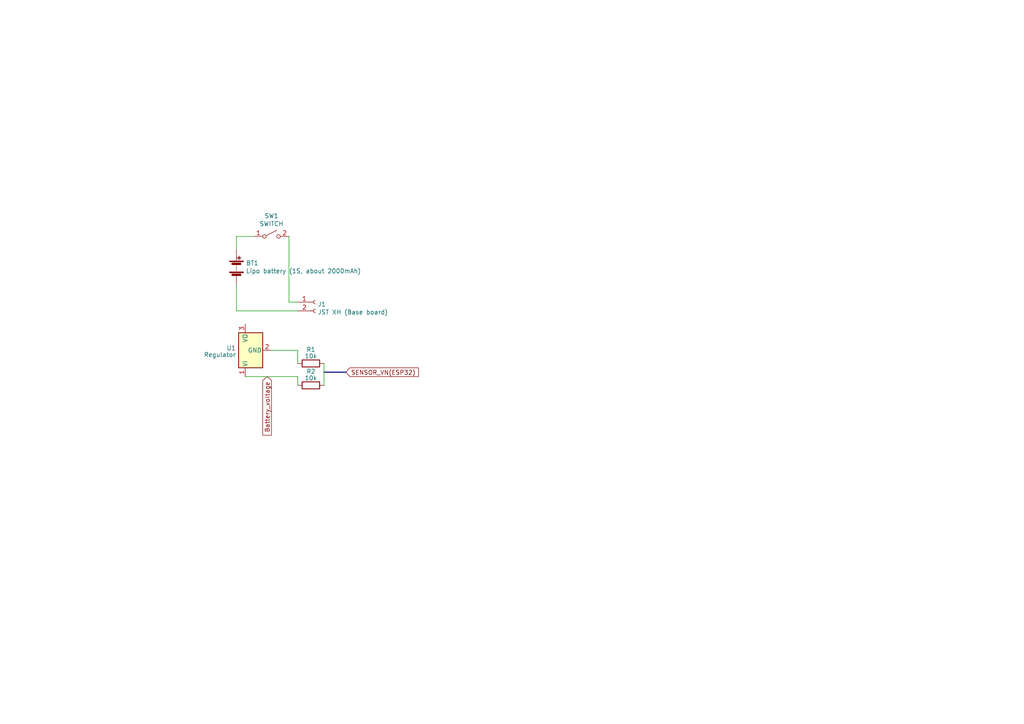
<source format=kicad_sch>
(kicad_sch (version 20230121) (generator eeschema)
  (paper "A4")
  (lib_symbols
    (symbol "Device:Battery" (pin_numbers hide) (pin_names (offset 0) hide)
      (property "Reference" "BT" (at 2.54 2.54 0))
      (property "Value" "Battery" (at 2.54 0 0))
      (symbol "Battery_0_1"
        (rectangle (start -2.032 -1.397) (end 2.032 -1.651) (fill (type outline)))
        (rectangle (start -2.032 1.778) (end 2.032 1.524) (fill (type outline)))
        (rectangle (start -1.3208 -1.9812) (end 1.27 -2.4892) (fill (type outline)))
        (rectangle (start -1.3208 1.1938) (end 1.27 0.6858) (fill (type outline)))
        (polyline (pts (xy 0 -1.524) (xy 0 -1.27)))
        (polyline (pts (xy 0 -1.016) (xy 0 -0.762)))
        (polyline (pts (xy 0 -0.508) (xy 0 -0.254)))
        (polyline (pts (xy 0 0) (xy 0 0.254)))
        (polyline (pts (xy 0 0.508) (xy 0 0.762)))
        (polyline (pts (xy 0 1.778) (xy 0 2.54)))
        (polyline (pts (xy 0.254 2.667) (xy 1.27 2.667)) (stroke (width 0.254)))
        (polyline (pts (xy 0.762 3.175) (xy 0.762 2.159)) (stroke (width 0.254)))
      )
      (symbol "Battery_1_1"
        (pin passive line (at 0 5.08 270) (length 2.54) (name "+") (number "1"))
        (pin passive line (at 0 -5.08 90) (length 2.54) (name "-") (number "2"))
      )
    )
    (symbol "Device:R" (pin_numbers hide) (pin_names (offset 0))
      (property "Reference" "R" (at 2.032 0 90))
      (property "Value" "R" (at 0 0 90))
      (symbol "R_0_1"
        (rectangle (start -1.016 -2.54) (end 1.016 2.54) (stroke (width 0.254)))
      )
      (symbol "R_1_1"
        (pin passive line (at 0 3.81 270) (length 1.27) (name "~") (number "1"))
        (pin passive line (at 0 -3.81 90) (length 1.27) (name "~") (number "2"))
      )
    )
    (symbol "Regulator_Linear:KA78M05_TO252" (pin_names (offset 0.254))
      (property "Reference" "U" (at -3.81 3.175 0))
      (property "Value" "KA78M05_TO252" (at 0 3.175 0))
      (symbol "KA78M05_TO252_0_1"
        (rectangle (start -5.08 1.905) (end 5.08 -5.08) (stroke (width 0.254)) (fill (type background)))
      )
      (symbol "KA78M05_TO252_1_1"
        (pin power_in line (at -7.62 0 0) (length 2.54) (name "VI") (number "1"))
        (pin power_in line (at 0 -7.62 90) (length 2.54) (name "GND") (number "2"))
        (pin power_out line (at 7.62 0 180) (length 2.54) (name "VO") (number "3"))
      )
    )
    (symbol "Switch:SW_SPST" (pin_names (offset 0) hide)
      (property "Reference" "SW" (at 0 3.175 0))
      (property "Value" "SW_SPST" (at 0 -2.54 0))
      (symbol "SW_SPST_0_0"
        (circle (center -2.032 0) (radius 0.508))
        (polyline (pts (xy -1.524 0.254) (xy 1.524 1.778)))
        (circle (center 2.032 0) (radius 0.508))
      )
      (symbol "SW_SPST_1_1"
        (pin passive line (at -5.08 0 0) (length 2.54) (name "A") (number "1"))
        (pin passive line (at 5.08 0 180) (length 2.54) (name "B") (number "2"))
      )
    )
    (symbol "qun2_battery_operation-rescue:Conn_01x02_Female-Connector" (pin_names (offset 1.016) hide)
      (property "Reference" "J" (at 0 2.54 0))
      (property "Value" "Connector_Conn_01x02_Female" (at 0 -5.08 0))
      (symbol "Conn_01x02_Female-Connector_1_1"
        (arc (start 0 -2.032) (mid -0.5058 -2.54) (end 0 -3.048) (stroke (width 0.1524)))
        (polyline (pts (xy -1.27 -2.54) (xy -0.508 -2.54)) (stroke (width 0.1524)))
        (polyline (pts (xy -1.27 0) (xy -0.508 0)) (stroke (width 0.1524)))
        (arc (start 0 0.508) (mid -0.5058 0) (end 0 -0.508) (stroke (width 0.1524)))
        (pin passive line (at -5.08 0 0) (length 3.81) (name "Pin_1") (number "1"))
        (pin passive line (at -5.08 -2.54 0) (length 3.81) (name "Pin_2") (number "2"))
      )
    )
  )
  (wire (pts (xy 68.58 90.17) (xy 86.36 90.17)))
  (wire (pts (xy 83.82 87.63) (xy 86.36 87.63)))
  (wire (pts (xy 71.12 109.22) (xy 86.36 109.22)))
  (wire (pts (xy 68.58 82.55) (xy 68.58 90.17)))
  (wire (pts (xy 68.58 68.58) (xy 68.58 72.39)))
  (wire (pts (xy 78.74 101.6) (xy 86.36 101.6)))
  (bus (pts (xy 93.98 107.95) (xy 100.33 107.95)))
  (wire (pts (xy 86.36 101.6) (xy 86.36 105.41)))
  (wire (pts (xy 86.36 109.22) (xy 86.36 111.76)))
  (wire (pts (xy 73.66 68.58) (xy 68.58 68.58)))
  (wire (pts (xy 93.98 105.41) (xy 93.98 111.76)))
  (wire (pts (xy 83.82 68.58) (xy 83.82 87.63)))
  (global_label "Battery_voltage" (shape input) (at 77.47 109.22 270) (property "Intersheetrefs" "${INTERSHEET_REFS}" (effects hide)))
  (global_label "SENSOR_VN(ESP32)" (shape input) (at 100.33 107.95 0) (property "Intersheetrefs" "${INTERSHEET_REFS}" (effects hide)))
  (symbol (lib_id "Device:Battery") (at 68.58 77.47 0) (unit 1)
    (property "Reference" "BT1" (at 71.3232 76.3016 0) (effects (justify left)))
    (property "Value" "Lipo battery (1S, about 2000mAh)" (at 71.3232 78.613 0) (effects (justify left)))
  )
  (symbol (lib_id "Switch:SW_SPST") (at 78.74 68.58 0) (unit 1)
    (property "Reference" "SW1" (at 78.74 62.611 0))
    (property "Value" "SWITCH" (at 78.74 64.9224 0))
  )
  (symbol (lib_id "qun2_battery_operation-rescue:Conn_01x02_Female-Connector") (at 91.44 87.63 0) (unit 1)
    (property "Reference" "J1" (at 92.1512 88.2396 0) (effects (justify left)))
    (property "Value" "JST XH (Base board)" (at 92.1512 90.551 0) (effects (justify left)))
  )
  (symbol (lib_id "Regulator_Linear:KA78M05_TO252") (at 71.12 101.6 90) (unit 1)
    (property "Reference" "U1" (at 68.4531 100.9563 90) (effects (justify left)))
    (property "Value" "Regulator" (at 68.4531 102.8773 90) (effects (justify left)))
    (property "Footprint" "Package_TO_SOT_SMD:TO-252-2" (effects hide))
    (property "Datasheet" "https://www.onsemi.com/pub/Collateral/MC78M00-D.PDF" (effects hide))
  )
  (symbol (lib_id "Device:R") (at 90.17 105.41 90) (unit 1)
    (property "Reference" "R1" (at 90.17 101.3841 90))
    (property "Value" "10k" (at 90.17 103.3051 90))
  )
  (symbol (lib_id "Device:R") (at 90.17 111.76 90) (unit 1)
    (property "Reference" "R2" (at 90.17 107.7341 90))
    (property "Value" "10k" (at 90.17 109.6551 90))
  )
)
</source>
